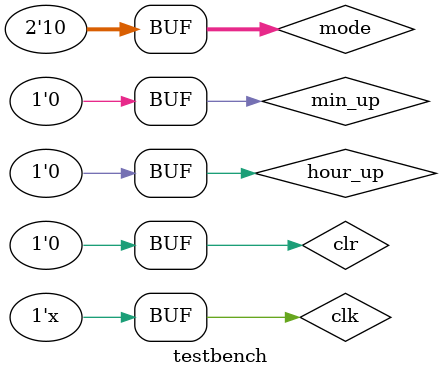
<source format=v>
`timescale 1ns / 1ps


module testbench;

	// Inputs
	reg clk;
	reg clr;
	reg [1:0] mode;
	reg hour_up;
	reg min_up;
	

	// Outputs
	wire [6:0] seg;
	wire [3:0] an;
	wire alarm;

	// Instantiate the Unit Under Test (UUT)
	alarm_clock uut (
		.clk(clk), 
		.clr(clr), 
		.mode(mode), 
		.min_up(min_up), 
		.hour_up(hour_up), 
		.seg(seg), 
		.an(an), 
		.alarm(alarm)
	);

	initial begin
		// Initialize Inputs
		clk = 0;
		clr = 0;
		mode = 0;
		min_up = 0;
		hour_up = 0;


		// Wait 100 ns for global reset to finish
		#100;
        mode=0;
		  #100000;
		  #100000;
		  #100000;
		  #100000;
		  mode=1;
		  #10;
		  min_up = 1;
		  #500;
		  min_up = 0;
		  #500;
		  min_up = 1;
		  #500;
                    min_up = 0;
		  #500;
		  min_up = 1;
		  hour_up = 1;
		  #500;
                    min_up = 0; hour_up = 0;
		  #500;
		  hour_up = 1;
		  #500;
                              min_up = 0; hour_up = 0;
		  #500;
		  hour_up = 1;
		  #500;
                              min_up = 0; hour_up = 0;
		  #50000;
		  min_up = 0;
		  #10;
mode=2;
		  
		  
		  
		// Add stimulus here

	end
      always #1 clk=~clk;
endmodule


</source>
